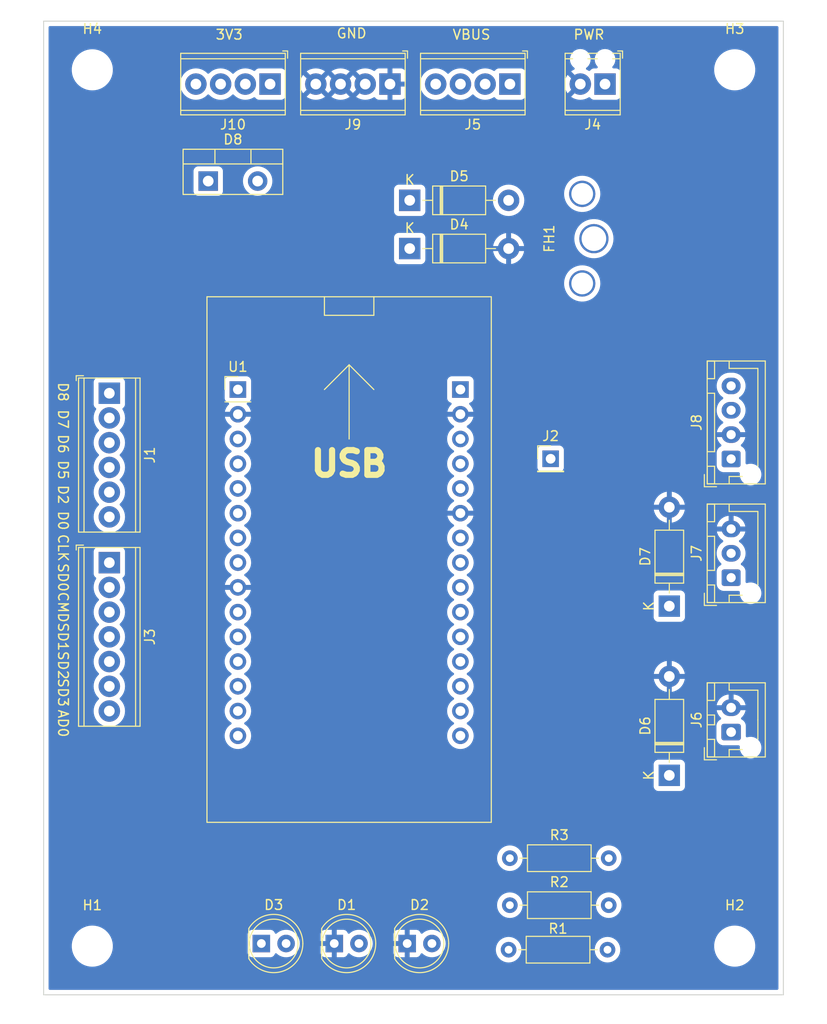
<source format=kicad_pcb>
(kicad_pcb (version 20211014) (generator pcbnew)
  (layers (0 "F.Cu" signal) (31 "B.Cu" signal) (34 "B.Paste" user) (35 "F.Paste" user) (36 "B.SilkS" user "B.Silkscreen") (37 "F.SilkS" user "F.Silkscreen") (38 "B.Mask" user) (39 "F.Mask" user) (44 "Edge.Cuts" user))
  (net 0 "")
  (net 1 "GND")
  (net 2 "Net-(D1-Pad2)")
  (net 3 "Net-(D2-Pad2)")
  (net 4 "/GPIO_0")
  (net 5 "Net-(D3-Pad2)")
  (net 6 "VBUS")
  (net 7 "Net-(D5-Pad2)")
  (net 8 "/UNLOCK_LED")
  (net 9 "/UNLOCK_PIN")
  (net 10 "Net-(D8-Pad1)")
  (net 11 "+3V3")
  (net 12 "Net-(FH1-Pad2)")
  (net 13 "Net-(J1-Pad2)")
  (net 14 "Net-(J1-Pad3)")
  (net 15 "Net-(J1-Pad4)")
  (net 16 "Net-(J1-Pad5)")
  (net 17 "Net-(J1-Pad6)")
  (net 18 "Net-(J2-Pad1)")
  (net 19 "Net-(J1-Pad1)")
  (net 20 "Net-(J3-Pad2)")
  (net 21 "Net-(J3-Pad3)")
  (net 22 "Net-(J3-Pad1)")
  (net 23 "Net-(J3-Pad5)")
  (net 24 "Net-(J3-Pad6)")
  (net 25 "Net-(J3-Pad4)")
  (net 26 "/TXD")
  (net 27 "/RXD")
  (net 32 "Net-(J3-Pad7)")
  (footprint "TerminalBlock_Phoenix:TerminalBlock_Phoenix_MPT-0,5-4-2.54_1x04_P2.54mm_Horizontal" (layer "F.Cu") (at 179.583 45.466 180)
    (fp_text reference "J9" (at 3.81 -4.16) (layer "F.SilkS"))
    (fp_text value "Screw_Terminal_01x04")
    (fp_line (start -1.56 -3.16) (end -1.56 3.16) (layer "F.SilkS") (width 0.12))
    (fp_line (start -1.56 -3.16) (end 9.18 -3.16) (layer "F.SilkS") (width 0.12))
    (fp_line (start -1.56 -2.7) (end 9.18 -2.7) (layer "F.SilkS") (width 0.12))
    (fp_line (start -1.56 2.6) (end 9.18 2.6) (layer "F.SilkS") (width 0.12))
    (fp_line (start -1.8 3.4) (end -1.3 3.4) (layer "F.SilkS") (width 0.12))
    (fp_line (start -1.8 2.66) (end -1.8 3.4) (layer "F.SilkS") (width 0.12))
    (fp_line (start 9.18 -3.16) (end 9.18 3.16) (layer "F.SilkS") (width 0.12))
    (fp_line (start -1.56 3.16) (end 9.18 3.16) (layer "F.SilkS") (width 0.12))
    (pad "1" thru_hole rect (at 0 0 180) (size 2.2 2.2) (drill 1.1) (layers *.Cu *.Mask) (net 1 "GND"))
    (pad "2" thru_hole circle (at 2.54 0 180) (size 2.2 2.2) (drill 1.1) (layers *.Cu *.Mask) (net 1 "GND"))
    (pad "3" thru_hole circle (at 5.08 0 180) (size 2.2 2.2) (drill 1.1) (layers *.Cu *.Mask) (net 1 "GND"))
    (pad "4" thru_hole circle (at 7.62 0 180) (size 2.2 2.2) (drill 1.1) (layers *.Cu *.Mask) (net 1 "GND"))
  )
  (footprint "LED_THT:LED_D5.0mm" (layer "F.Cu") (at 173.858 133.731)
    (fp_text reference "D1" (at 1.27 -3.96) (layer "F.SilkS"))
    (fp_text value "GN")
    (fp_line (start -1.29 -1.545) (end -1.29 1.545) (layer "F.SilkS") (width 0.12))
    (fp_arc (start -1.29 -1.54483) (mid 2.072002 -2.880433) (end 4.26 0.000462) (layer "F.SilkS") (width 0.12))
    (fp_arc (start 4.26 -0.000462) (mid 2.072002 2.880433) (end -1.29 1.54483) (layer "F.SilkS") (width 0.12))
    (fp_circle (center 1.27 0) (end 3.77 0) (layer "F.SilkS") (width 0.12) (fill none))
    (pad "1" thru_hole rect (at 0 0) (size 1.8 1.8) (drill 0.9) (layers *.Cu *.Mask) (net 1 "GND"))
    (pad "2" thru_hole circle (at 2.54 0) (size 1.8 1.8) (drill 0.9) (layers *.Cu *.Mask) (net 2 "Net-(D1-Pad2)"))
  )
  (footprint "TerminalBlock_Phoenix:TerminalBlock_Phoenix_MPT-0,5-7-2.54_1x07_P2.54mm_Horizontal" (layer "F.Cu") (at 150.749 94.615 -90)
    (fp_text reference "J3" (at 7.62 -4.16 90) (layer "F.SilkS"))
    (fp_text value "Screw_Terminal_01x07")
    (fp_text user "CMD" (at 4.572 4.749 -90 unlocked) (layer "F.SilkS"))
    (fp_text user "AD0" (at 16.51 4.749 -90 unlocked) (layer "F.SilkS"))
    (fp_text user "SD0" (at 1.524 4.749 -90 unlocked) (layer "F.SilkS"))
    (fp_text user "CLK" (at -1.524 4.749 -90 unlocked) (layer "F.SilkS"))
    (fp_text user "SD2" (at 10.541 4.749 -90 unlocked) (layer "F.SilkS"))
    (fp_text user "SD3" (at 13.335 4.749 -90 unlocked) (layer "F.SilkS"))
    (fp_text user "SD1" (at 7.62 4.749 -90 unlocked) (layer "F.SilkS"))
    (fp_line (start -1.56 -3.16) (end 16.801 -3.16) (layer "F.SilkS") (width 0.12))
    (fp_line (start -1.56 2.6) (end 16.801 2.6) (layer "F.SilkS") (width 0.12))
    (fp_line (start -1.8 2.66) (end -1.8 3.4) (layer "F.SilkS") (width 0.12))
    (fp_line (start -1.56 3.16) (end 16.801 3.16) (layer "F.SilkS") (width 0.12))
    (fp_line (start -1.56 -3.16) (end -1.56 3.16) (layer "F.SilkS") (width 0.12))
    (fp_line (start 16.801 -3.16) (end 16.801 3.16) (layer "F.SilkS") (width 0.12))
    (fp_line (start -1.56 -2.7) (end 16.801 -2.7) (layer "F.SilkS") (width 0.12))
    (fp_line (start -1.8 3.4) (end -1.3 3.4) (layer "F.SilkS") (width 0.12))
    (pad "1" thru_hole rect (at 0 0 270) (size 2.2 2.2) (drill 1.1) (layers *.Cu *.Mask) (net 22 "Net-(J3-Pad1)"))
    (pad "2" thru_hole circle (at 2.54 0 270) (size 2.2 2.2) (drill 1.1) (layers *.Cu *.Mask) (net 20 "Net-(J3-Pad2)"))
    (pad "3" thru_hole circle (at 5.08 0 270) (size 2.2 2.2) (drill 1.1) (layers *.Cu *.Mask) (net 21 "Net-(J3-Pad3)"))
    (pad "4" thru_hole circle (at 7.62 0 270) (size 2.2 2.2) (drill 1.1) (layers *.Cu *.Mask) (net 25 "Net-(J3-Pad4)"))
    (pad "5" thru_hole circle (at 10.16 0 270) (size 2.2 2.2) (drill 1.1) (layers *.Cu *.Mask) (net 23 "Net-(J3-Pad5)"))
    (pad "6" thru_hole circle (at 12.7 0 270) (size 2.2 2.2) (drill 1.1) (layers *.Cu *.Mask) (net 24 "Net-(J3-Pad6)"))
    (pad "7" thru_hole circle (at 15.24 0 270) (size 2.2 2.2) (drill 1.1) (layers *.Cu *.Mask) (net 32 "Net-(J3-Pad7)"))
  )
  (footprint "TerminalBlock_Phoenix:TerminalBlock_Phoenix_MPT-0,5-2-2.54_1x02_P2.54mm_Horizontal" (layer "F.Cu") (at 201.676 45.466 180)
    (fp_text reference "J4" (at 1.27 -4.16) (layer "F.SilkS"))
    (fp_text value "Screw_Terminal_01x02")
    (fp_line (start -1.56 -2.7) (end 4.1 -2.7) (layer "F.SilkS") (width 0.12))
    (fp_line (start -1.56 -3.16) (end -1.56 3.16) (layer "F.SilkS") (width 0.12))
    (fp_line (start 0.79 2.6) (end 1.75 2.6) (layer "F.SilkS") (width 0.12))
    (fp_line (start 3.33 3.16) (end 4.1 3.16) (layer "F.SilkS") (width 0.12))
    (fp_line (start -1.56 2.6) (end -0.79 2.6) (layer "F.SilkS") (width 0.12))
    (fp_line (start -1.56 -3.16) (end 4.1 -3.16) (layer "F.SilkS") (width 0.12))
    (fp_line (start -1.8 3.4) (end -1.3 3.4) (layer "F.SilkS") (width 0.12))
    (fp_line (start 0.79 3.16) (end 1.75 3.16) (layer "F.SilkS") (width 0.12))
    (fp_line (start 4.1 -3.16) (end 4.1 3.16) (layer "F.SilkS") (width 0.12))
    (fp_line (start 3.33 2.6) (end 4.1 2.6) (layer "F.SilkS") (width 0.12))
    (fp_line (start -1.56 3.16) (end -0.79 3.16) (layer "F.SilkS") (width 0.12))
    (fp_line (start -1.8 2.66) (end -1.8 3.4) (layer "F.SilkS") (width 0.12))
    (pad "" np_thru_hole circle (at 2.54 2.54 180) (size 1.1 1.1) (drill 1.1) (layers *.Cu *.Mask))
    (pad "" np_thru_hole circle (at 0 2.54 180) (size 1.1 1.1) (drill 1.1) (layers *.Cu *.Mask))
    (pad "1" thru_hole rect (at 0 0 180) (size 2.2 2.2) (drill 1.1) (layers *.Cu *.Mask) (net 12 "Net-(FH1-Pad2)"))
    (pad "2" thru_hole circle (at 2.54 0 180) (size 2.2 2.2) (drill 1.1) (layers *.Cu *.Mask) (net 1 "GND"))
  )
  (footprint "Resistor_THT:R_Axial_DIN0207_L6.3mm_D2.5mm_P10.16mm_Horizontal" (layer "F.Cu") (at 191.897 124.968)
    (fp_text reference "R3" (at 5.08 -2.37) (layer "F.SilkS"))
    (fp_text value "1k")
    (fp_line (start 8.35 -1.37) (end 1.81 -1.37) (layer "F.SilkS") (width 0.12))
    (fp_line (start 9.12 0) (end 8.35 0) (layer "F.SilkS") (width 0.12))
    (fp_line (start 1.04 0) (end 1.81 0) (layer "F.SilkS") (width 0.12))
    (fp_line (start 1.81 1.37) (end 8.35 1.37) (layer "F.SilkS") (width 0.12))
    (fp_line (start 8.35 1.37) (end 8.35 -1.37) (layer "F.SilkS") (width 0.12))
    (fp_line (start 1.81 -1.37) (end 1.81 1.37) (layer "F.SilkS") (width 0.12))
    (pad "1" thru_hole circle (at 0 0) (size 1.6 1.6) (drill 0.8) (layers *.Cu *.Mask) (net 5 "Net-(D3-Pad2)"))
    (pad "2" thru_hole oval (at 10.16 0) (size 1.6 1.6) (drill 0.8) (layers *.Cu *.Mask) (net 11 "+3V3"))
  )
  (footprint "LED_THT:LED_D5.0mm" (layer "F.Cu") (at 181.351 133.731)
    (fp_text reference "D2" (at 1.27 -3.96) (layer "F.SilkS"))
    (fp_text value "GN")
    (fp_line (start -1.29 -1.545) (end -1.29 1.545) (layer "F.SilkS") (width 0.12))
    (fp_arc (start 4.26 -0.000462) (mid 2.072002 2.880433) (end -1.29 1.54483) (layer "F.SilkS") (width 0.12))
    (fp_arc (start -1.29 -1.54483) (mid 2.072002 -2.880433) (end 4.26 0.000462) (layer "F.SilkS") (width 0.12))
    (fp_circle (center 1.27 0) (end 3.77 0) (layer "F.SilkS") (width 0.12) (fill none))
    (pad "1" thru_hole rect (at 0 0) (size 1.8 1.8) (drill 0.9) (layers *.Cu *.Mask) (net 1 "GND"))
    (pad "2" thru_hole circle (at 2.54 0) (size 1.8 1.8) (drill 0.9) (layers *.Cu *.Mask) (net 3 "Net-(D2-Pad2)"))
  )
  (footprint "Diode_THT:D_DO-41_SOD81_P10.16mm_Horizontal" (layer "F.Cu") (at 208.28 116.459 90)
    (fp_text reference "D6" (at 5.08 -2.47 90) (layer "F.SilkS"))
    (fp_text value "1N4728A-TR")
    (fp_text user "K" (at 0 -2.1 90) (layer "F.SilkS"))
    (fp_line (start 2.36 -1.47) (end 2.36 1.47) (layer "F.SilkS") (width 0.12))
    (fp_line (start 8.82 0) (end 7.8 0) (layer "F.SilkS") (width 0.12))
    (fp_line (start 2.36 1.47) (end 7.8 1.47) (layer "F.SilkS") (width 0.12))
    (fp_line (start 7.8 1.47) (end 7.8 -1.47) (layer "F.SilkS") (width 0.12))
    (fp_line (start 7.8 -1.47) (end 2.36 -1.47) (layer "F.SilkS") (width 0.12))
    (fp_line (start 3.14 -1.47) (end 3.14 1.47) (layer "F.SilkS") (width 0.12))
    (fp_line (start 3.38 -1.47) (end 3.38 1.47) (layer "F.SilkS") (width 0.12))
    (fp_line (start 3.26 -1.47) (end 3.26 1.47) (layer "F.SilkS") (width 0.12))
    (fp_line (start 1.34 0) (end 2.36 0) (layer "F.SilkS") (width 0.12))
    (pad "1" thru_hole rect (at 0 0 90) (size 2.2 2.2) (drill 1.1) (layers *.Cu *.Mask) (net 8 "/UNLOCK_LED"))
    (pad "2" thru_hole oval (at 10.16 0 90) (size 2.2 2.2) (drill 1.1) (layers *.Cu *.Mask) (net 1 "GND"))
  )
  (footprint "Diode_THT:D_DO-41_SOD81_P10.16mm_Horizontal" (layer "F.Cu") (at 208.28 99.08 90)
    (fp_text reference "D7" (at 5.08 -2.47 90) (layer "F.SilkS"))
    (fp_text value "1N4728A-TR")
    (fp_text user "K" (at 0 -2.1 90) (layer "F.SilkS"))
    (fp_line (start 3.14 -1.47) (end 3.14 1.47) (layer "F.SilkS") (width 0.12))
    (fp_line (start 7.8 -1.47) (end 2.36 -1.47) (layer "F.SilkS") (width 0.12))
    (fp_line (start 3.38 -1.47) (end 3.38 1.47) (layer "F.SilkS") (width 0.12))
    (fp_line (start 2.36 -1.47) (end 2.36 1.47) (layer "F.SilkS") (width 0.12))
    (fp_line (start 7.8 1.47) (end 7.8 -1.47) (layer "F.SilkS") (width 0.12))
    (fp_line (start 3.26 -1.47) (end 3.26 1.47) (layer "F.SilkS") (width 0.12))
    (fp_line (start 8.82 0) (end 7.8 0) (layer "F.SilkS") (width 0.12))
    (fp_line (start 1.34 0) (end 2.36 0) (layer "F.SilkS") (width 0.12))
    (fp_line (start 2.36 1.47) (end 7.8 1.47) (layer "F.SilkS") (width 0.12))
    (pad "1" thru_hole rect (at 0 0 90) (size 2.2 2.2) (drill 1.1) (layers *.Cu *.Mask) (net 9 "/UNLOCK_PIN"))
    (pad "2" thru_hole oval (at 10.16 0 90) (size 2.2 2.2) (drill 1.1) (layers *.Cu *.Mask) (net 1 "GND"))
  )
  (footprint "MountingHole:MountingHole_3.2mm_M3" (layer "F.Cu") (at 149 44)
    (fp_text reference "H4" (at 0 -4.2) (layer "F.SilkS"))
    (fp_text value "MountingHole_3.2mm_M3")
    (pad "" np_thru_hole circle (at 0 0) (size 3.2 3.2) (drill 3.2) (layers *.Cu *.Mask))
  )
  (footprint "Connector_PinHeader_2.54mm:PinHeader_1x01_P2.54mm_Vertical" (layer "F.Cu") (at 196.088 83.947)
    (fp_text reference "J2" (at 0 -2.33) (layer "F.SilkS"))
    (fp_text value "male header")
    (fp_line (start 1.33 1.27) (end 1.33 1.33) (layer "F.SilkS") (width 0.12))
    (fp_line (start -1.33 1.27) (end -1.33 1.33) (layer "F.SilkS") (width 0.12))
    (fp_line (start -1.33 0) (end -1.33 -1.33) (layer "F.SilkS") (width 0.12))
    (fp_line (start -1.33 1.27) (end 1.33 1.27) (layer "F.SilkS") (width 0.12))
    (fp_line (start -1.33 1.33) (end 1.33 1.33) (layer "F.SilkS") (width 0.12))
    (fp_line (start -1.33 -1.33) (end 0 -1.33) (layer "F.SilkS") (width 0.12))
    (pad "1" thru_hole rect (at 0 0) (size 1.7 1.7) (drill 1) (layers *.Cu *.Mask) (net 18 "Net-(J2-Pad1)"))
  )
  (footprint "project:Blade Fuse Holder" (layer "F.Cu") (at 200.533 61.341 90)
    (fp_text reference "FH1" (at 0 -4.58 90) (layer "F.SilkS"))
    (fp_text value "F5196-ND")
    (pad "" thru_hole circle locked (at 0 0 90) (size 3 3) (drill 2.53) (layers *.Cu *.Mask))
    (pad "1" thru_hole circle locked (at -4.6 -1.2 90) (size 2.7 2.7) (drill 2.23) (layers *.Cu *.Mask) (net 7 "Net-(D5-Pad2)"))
    (pad "2" thru_hole circle locked (at 4.6 -1.2 90) (size 2.7 2.7) (drill 2.23) (layers *.Cu *.Mask) (net 12 "Net-(FH1-Pad2)"))
  )
  (footprint "MountingHole:MountingHole_3.2mm_M3" (layer "F.Cu") (at 149 134)
    (fp_text reference "H1" (at 0 -4.2) (layer "F.SilkS"))
    (fp_text value "MountingHole_3.2mm_M3")
    (pad "" np_thru_hole circle (at 0 0) (size 3.2 3.2) (drill 3.2) (layers *.Cu *.Mask))
  )
  (footprint "project:NodeMCUv3" (layer "F.Cu") (at 163.957 76.835)
    (fp_text reference "U1" (at 0 -2.33) (layer "F.SilkS"))
    (fp_text value "NodeMCUv3")
    (fp_text user "USB" (at 11.43 7.62) (layer "F.SilkS") (effects (font (size 2.54 2.54) (thickness 0.635))))
    (fp_line (start 26.035 -9.525) (end -3.175 -9.525) (layer "F.SilkS") (width 0.12))
    (fp_line (start -3.175 44.45) (end 26.035 44.45) (layer "F.SilkS") (width 0.12))
    (fp_line (start 11.43 -2.54) (end 13.97 0) (layer "F.SilkS") (width 0.12))
    (fp_line (start 11.43 -2.54) (end 8.89 0) (layer "F.SilkS") (width 0.12))
    (fp_line (start -3.175 -9.525) (end -3.175 44.45) (layer "F.SilkS") (width 0.12))
    (fp_line (start -1.33 0) (end -1.33 -1.33) (layer "F.SilkS") (width 0.12))
    (fp_line (start 13.97 -7.62) (end 13.97 -9.525) (layer "F.SilkS") (width 0.12))
    (fp_line (start 11.43 5.08) (end 11.43 -2.54) (layer "F.SilkS") (width 0.12))
    (fp_line (start -1.33 -1.33) (end 0 -1.33) (layer "F.SilkS") (width 0.12))
    (fp_line (start 26.035 44.45) (end 26.035 -9.525) (layer "F.SilkS") (width 0.12))
    (fp_line (start -1.33 1.27) (end 1.33 1.27) (layer "F.SilkS") (width 0.12))
    (fp_line (start 8.89 -7.62) (end 13.97 -7.62) (layer "F.SilkS") (width 0.12))
    (fp_line (start 8.89 -7.62) (end 8.89 -9.525) (layer "F.SilkS") (width 0.12))
    (pad "1" thru_hole rect locked (at 0 0) (size 1.7 1.7) (drill 1) (layers *.Cu *.Mask) (net 11 "+3V3"))
    (pad "2" thru_hole oval locked (at 0 2.54) (size 1.7 1.7) (drill 1) (layers *.Cu *.Mask) (net 1 "GND"))
    (pad "3" thru_hole oval locked (at 0 5.08) (size 1.7 1.7) (drill 1) (layers *.Cu *.Mask) (net 26 "/TXD"))
    (pad "4" thru_hole oval locked (at 0 7.62) (size 1.7 1.7) (drill 1) (layers *.Cu *.Mask) (net 27 "/RXD"))
    (pad "5" thru_hole oval locked (at 0 10.16) (size 1.7 1.7) (drill 1) (layers *.Cu *.Mask) (net 19 "Net-(J1-Pad1)"))
    (pad "6" thru_hole oval locked (at 0 12.7) (size 1.7 1.7) (drill 1) (layers *.Cu *.Mask) (net 13 "Net-(J1-Pad2)"))
    (pad "7" thru_hole oval locked (at 0 15.24) (size 1.7 1.7) (drill 1) (layers *.Cu *.Mask) (net 14 "Net-(J1-Pad3)"))
    (pad "8" thru_hole oval locked (at 0 17.78) (size 1.7 1.7) (drill 1) (layers *.Cu *.Mask) (net 15 "Net-(J1-Pad4)"))
    (pad "9" thru_hole oval locked (at 0 20.32) (size 1.7 1.7) (drill 1) (layers *.Cu *.Mask) (net 1 "GND"))
    (pad "10" thru_hole oval locked (at 0 22.86) (size 1.7 1.7) (drill 1) (layers *.Cu *.Mask))
    (pad "11" thru_hole oval locked (at 0 25.4) (size 1.7 1.7) (drill 1) (layers *.Cu *.Mask) (net 8 "/UNLOCK_LED"))
    (pad "12" thru_hole oval locked (at 0 27.94) (size 1.7 1.7) (drill 1) (layers *.Cu *.Mask) (net 4 "/GPIO_0"))
    (pad "13" thru_hole oval locked (at 0 30.48) (size 1.7 1.7) (drill 1) (layers *.Cu *.Mask) (net 16 "Net-(J1-Pad5)"))
    (pad "14" thru_hole oval locked (at 0 33.02) (size 1.7 1.7) (drill 1) (layers *.Cu *.Mask) (net 9 "/UNLOCK_PIN"))
    (pad "15" thru_hole oval locked (at 0 35.56) (size 1.7 1.7) (drill 1) (layers *.Cu *.Mask) (net 17 "Net-(J1-Pad6)"))
    (pad "16" thru_hole oval locked (at 22.86 35.56) (size 1.7 1.7) (drill 1) (layers *.Cu *.Mask) (net 32 "Net-(J3-Pad7)"))
    (pad "17" thru_hole oval locked (at 22.86 33.02) (size 1.7 1.7) (drill 1) (layers *.Cu *.Mask))
    (pad "18" thru_hole oval locked (at 22.86 30.48) (size 1.7 1.7) (drill 1) (layers *.Cu *.Mask))
    (pad "19" thru_hole oval locked (at 22.86 27.94) (size 1.7 1.7) (drill 1) (layers *.Cu *.Mask) (net 24 "Net-(J3-Pad6)"))
    (pad "20" thru_hole oval locked (at 22.86 25.4) (size 1.7 1.7) (drill 1) (layers *.Cu *.Mask) (net 23 "Net-(J3-Pad5)"))
    (pad "21" thru_hole oval locked (at 22.86 22.86) (size 1.7 1.7) (drill 1) (layers *.Cu *.Mask) (net 25 "Net-(J3-Pad4)"))
    (pad "22" thru_hole oval locked (at 22.86 20.32) (size 1.7 1.7) (drill 1) (layers *.Cu *.Mask) (net 21 "Net-(J3-Pad3)"))
    (pad "23" thru_hole oval locked (at 22.86 17.78) (size 1.7 1.7) (drill 1) (layers *.Cu *.Mask) (net 20 "Net-(J3-Pad2)"))
    (pad "24" thru_hole oval locked (at 22.86 15.24) (size 1.7 1.7) (drill 1) (layers *.Cu *.Mask) (net 22 "Net-(J3-Pad1)"))
    (pad "25" thru_hole oval locked (at 22.86 12.7) (size 1.7 1.7) (drill 1) (layers *.Cu *.Mask) (net 1 "GND"))
    (pad "26" thru_hole oval locked (at 22.86 10.16) (size 1.7 1.7) (drill 1) (layers *.Cu *.Mask) (net 11 "+3V3"))
    (pad "27" thru_hole oval locked (at 22.86 7.62) (size 1.7 1.7) (drill 1) (layers *.Cu *.Mask) (net 18 "Net-(J2-Pad1)"))
    (pad "28" thru_hole oval locked (at 22.86 5.08) (size 1.7 1.7) (drill 1) (layers *.Cu *.Mask))
    (pad "29" thru_hole oval locked (at 22.86 2.54) (size 1.7 1.7) (drill 1) (layers *.Cu *.Mask) (net 1 "GND"))
    (pad "30" thru_hole rect locked (at 22.86 0) (size 1.7 1.7) (drill 1) (layers *.Cu *.Mask) (net 6 "VBUS"))
  )
  (footprint "Resistor_THT:R_Axial_DIN0207_L6.3mm_D2.5mm_P10.16mm_Horizontal" (layer "F.Cu") (at 191.77 134.366)
    (fp_text reference "R1" (at 5.08 -2.159) (layer "F.SilkS"))
    (fp_text value "1k")
    (fp_line (start 8.35 1.37) (end 8.35 -1.37) (layer "F.SilkS") (width 0.12))
    (fp_line (start 1.04 0) (end 1.81 0) (layer "F.SilkS") (width 0.12))
    (fp_line (start 1.81 -1.37) (end 1.81 1.37) (layer "F.SilkS") (width 0.12))
    (fp_line (start 8.35 -1.37) (end 1.81 -1.37) (layer "F.SilkS") (width 0.12))
    (fp_line (start 1.81 1.37) (end 8.35 1.37) (layer "F.SilkS") (width 0.12))
    (fp_line (start 9.12 0) (end 8.35 0) (layer "F.SilkS") (width 0.12))
    (pad "1" thru_hole circle (at 0 0) (size 1.6 1.6) (drill 0.8) (layers *.Cu *.Mask) (net 2 "Net-(D1-Pad2)"))
    (pad "2" thru_hole oval (at 10.16 0) (size 1.6 1.6) (drill 0.8) (layers *.Cu *.Mask) (net 6 "VBUS"))
  )
  (footprint "Diode_THT:D_DO-41_SOD81_P10.16mm_Horizontal" (layer "F.Cu") (at 181.61 57.404)
    (fp_text reference "D5" (at 5.08 -2.47) (layer "F.SilkS"))
    (fp_text value "1N5817")
    (fp_text user "K" (at 0 -2.1) (layer "F.SilkS"))
    (fp_line (start 1.34 0) (end 2.36 0) (layer "F.SilkS") (width 0.12))
    (fp_line (start 2.36 1.47) (end 7.8 1.47) (layer "F.SilkS") (width 0.12))
    (fp_line (start 3.38 -1.47) (end 3.38 1.47) (layer "F.SilkS") (width 0.12))
    (fp_line (start 3.26 -1.47) (end 3.26 1.47) (layer "F.SilkS") (width 0.12))
    (fp_line (start 7.8 1.47) (end 7.8 -1.47) (layer "F.SilkS") (width 0.12))
    (fp_line (start 2.36 -1.47) (end 2.36 1.47) (layer "F.SilkS") (width 0.12))
    (fp_line (start 3.14 -1.47) (end 3.14 1.47) (layer "F.SilkS") (width 0.12))
    (fp_line (start 7.8 -1.47) (end 2.36 -1.47) (layer "F.SilkS") (width 0.12))
    (fp_line (start 8.82 0) (end 7.8 0) (layer "F.SilkS") (width 0.12))
    (pad "1" thru_hole rect (at 0 0) (size 2.2 2.2) (drill 1.1) (layers *.Cu *.Mask) (net 6 "VBUS"))
    (pad "2" thru_hole oval (at 10.16 0) (size 2.2 2.2) (drill 1.1) (layers *.Cu *.Mask) (net 7 "Net-(D5-Pad2)"))
  )
  (footprint "Resistor_THT:R_Axial_DIN0207_L6.3mm_D2.5mm_P10.16mm_Horizontal" (layer "F.Cu") (at 191.897 129.794)
    (fp_text reference "R2" (at 5.08 -2.37) (layer "F.SilkS"))
    (fp_text value "1k")
    (fp_line (start 1.04 0) (end 1.81 0) (layer "F.SilkS") (width 0.12))
    (fp_line (start 9.12 0) (end 8.35 0) (layer "F.SilkS") (width 0.12))
    (fp_line (start 1.81 1.37) (end 8.35 1.37) (layer "F.SilkS") (width 0.12))
    (fp_line (start 8.35 -1.37) (end 1.81 -1.37) (layer "F.SilkS") (width 0.12))
    (fp_line (start 8.35 1.37) (end 8.35 -1.37) (layer "F.SilkS") (width 0.12))
    (fp_line (start 1.81 -1.37) (end 1.81 1.37) (layer "F.SilkS") (width 0.12))
    (pad "1" thru_hole circle (at 0 0) (size 1.6 1.6) (drill 0.8) (layers *.Cu *.Mask) (net 3 "Net-(D2-Pad2)"))
    (pad "2" thru_hole oval (at 10.16 0) (size 1.6 1.6) (drill 0.8) (layers *.Cu *.Mask) (net 11 "+3V3"))
  )
  (footprint "LED_THT:LED_D5.0mm" (layer "F.Cu") (at 166.37 133.731)
    (fp_text reference "D3" (at 1.27 -3.96) (layer "F.SilkS"))
    (fp_text value "RD")
    (fp_line (start -1.29 -1.545) (end -1.29 1.545) (layer "F.SilkS") (width 0.12))
    (fp_arc (start -1.29 -1.54483) (mid 2.072002 -2.880433) (end 4.26 0.000462) (layer "F.SilkS") (width 0.12))
    (fp_arc (start 4.26 -0.000462) (mid 2.072002 2.880433) (end -1.29 1.54483) (layer "F.SilkS") (width 0.12))
    (fp_circle (center 1.27 0) (end 3.77 0) (layer "F.SilkS") (width 0.12) (fill none))
    (pad "1" thru_hole rect (at 0 0) (size 1.8 1.8) (drill 0.9) (layers *.Cu *.Mask) (net 4 "/GPIO_0"))
    (pad "2" thru_hole circle (at 2.54 0) (size 1.8 1.8) (drill 0.9) (layers *.Cu *.Mask) (net 5 "Net-(D3-Pad2)"))
  )
  (footprint "Connector_JST:JST_XH_B4B-XH-AM_1x04_P2.50mm_Vertical" (layer "F.Cu") (at 214.63 83.967 90)
    (fp_text reference "J8" (at 3.75 -3.55 90) (layer "F.SilkS"))
    (fp_text value "JST XH-4P")
    (fp_line (start 10.05 -1.7) (end 10.05 -2.45) (layer "F.SilkS") (width 0.12))
    (fp_line (start 0.75 -2.45) (end 0.75 -1.7) (layer "F.SilkS") (width 0.12))
    (fp_line (start 8.25 -1.7) (end 10.05 -1.7) (layer "F.SilkS") (width 0.12))
    (fp_line (start 8.25 -2.45) (end 8.25 -1.7) (layer "F.SilkS") (width 0.12))
    (fp_line (start -2.56 3.51) (end 10.06 3.51) (layer "F.SilkS") (width 0.12))
    (fp_line (start -1.8 -0.2) (end -1.8 1.14) (layer "F.SilkS") (width 0.12))
    (fp_line (start 6.75 -2.45) (end 0.75 -2.45) (layer "F.SilkS") (width 0.12))
    (fp_line (start -2.55 -1.7) (end -0.75 -1.7) (layer "F.SilkS") (width 0.12))
    (fp_line (start 10.05 -0.2) (end 9.3 -0.2) (layer "F.SilkS") (width 0.12))
    (fp_line (start 6.75 -1.7) (end 6.75 -2.45) (layer "F.SilkS") (width 0.12))
    (fp_line (start -0.75 -2.45) (end -2.55 -2.45) (layer "F.SilkS") (width 0.12))
    (fp_line (start 10.06 -2.46) (end -2.56 -2.46) (layer "F.SilkS") (width 0.12))
    (fp_line (start 9.3 2.75) (end 3.75 2.75) (layer "F.SilkS") (width 0.12))
    (fp_line (start -0.75 -1.7) (end -0.75 -2.45) (layer "F.SilkS") (width 0.12))
    (fp_line (start -2.85 -2.75) (end -2.85 -1.5) (layer "F.SilkS") (width 0.12))
    (fp_line (start -1.6 -2.75) (end -2.85 -2.75) (layer "F.SilkS") (width 0.12))
    (fp_line (start -2.55 -0.2) (end -1.8 -0.2) (layer "F.SilkS") (width 0.12))
    (fp_line (start 0.75 -1.7) (end 6.75 -1.7) (layer "F.SilkS") (width 0.12))
    (fp_line (start 10.05 -2.45) (end 8.25 -2.45) (layer "F.SilkS") (width 0.12))
    (fp_line (start 10.06 3.51) (end 10.06 -2.46) (layer "F.SilkS") (width 0.12))
    (fp_line (start -2.55 -2.45) (end -2.55 -1.7) (layer "F.SilkS") (width 0.12))
    (fp_line (start 3.75 2.75) (end -0.74 2.75) (layer "F.SilkS") (width 0.12))
    (fp_line (start -2.56 -2.46) (end -2.56 3.51) (layer "F.SilkS") (width 0.12))
    (fp_line (start 9.3 -0.2) (end 9.3 2.75) (layer "F.SilkS") (width 0.12))
    (pad "" np_thru_hole circle (at -1.6 2 90) (size 1.2 1.2) (drill 1.2) (layers *.Cu *.Mask))
    (pad "1" thru_hole roundrect (at 0 0 90) (size 1.7 1.95) (drill 0.95) (layers *.Cu *.Mask) (roundrect_rratio 0.147059) (net 11 "+3V3"))
    (pad "2" thru_hole oval (at 2.5 0 90) (size 1.7 1.95) (drill 0.95) (layers *.Cu *.Mask) (net 1 "GND"))
    (pad "3" thru_hole oval (at 5 0 90) (size 1.7 1.95) (drill 0.95) (layers *.Cu *.Mask) (net 26 "/TXD"))
    (pad "4" thru_hole oval (at 7.5 0 90) (size 1.7 1.95) (drill 0.95) (layers *.Cu *.Mask) (net 27 "/RXD"))
  )
  (footprint "Package_TO_SOT_THT:TO-220-2_Vertical" (layer "F.Cu") (at 160.909 55.428)
    (fp_text reference "D8" (at 2.54 -4.27) (layer "F.SilkS"))
    (fp_text value "19TQ015CJ")
    (fp_line (start -2.58 -3.27) (end 7.66 -3.27) (layer "F.SilkS") (width 0.12))
    (fp_line (start 4.391 -3.27) (end 4.391 -1.76) (layer "F.SilkS") (width 0.12))
    (fp_line (start -2.58 -3.27) (end -2.58 1.371) (layer "F.SilkS") (width 0.12))
    (fp_line (start -2.58 1.371) (end 7.66 1.371) (layer "F.SilkS") (width 0.12))
    (fp_line (start 0.69 -3.27) (end 0.69 -1.76) (layer "F.SilkS") (width 0.12))
    (fp_line (start -2.58 -1.76) (end 7.66 -1.76) (layer "F.SilkS") (width 0.12))
    (fp_line (start 7.66 -3.27) (end 7.66 1.371) (layer "F.SilkS") (width 0.12))
    (pad "1" thru_hole rect (at 0 0) (size 2 2) (drill 1.1) (layers *.Cu *.Mask) (net 10 "Net-(D8-Pad1)"))
    (pad "2" thru_hole oval (at 5.08 0) (size 2 2) (drill 1.1) (layers *.Cu *.Mask) (net 11 "+3V3"))
  )
  (footprint "TerminalBlock_Phoenix:TerminalBlock_Phoenix_MPT-0,5-4-2.54_1x04_P2.54mm_Horizontal" (layer "F.Cu") (at 167.264 45.466 180)
    (fp_text reference "J10" (at 3.81 -4.16) (layer "F.SilkS"))
    (fp_text value "Screw_Terminal_01x04")
    (fp_line (start -1.56 3.16) (end 9.18 3.16) (layer "F.SilkS") (width 0.12))
    (fp_line (start -1.56 -3.16) (end 9.18 -3.16) (layer "F.SilkS") (width 0.12))
    (fp_line (start -1.56 -2.7) (end 9.18 -2.7) (layer "F.SilkS") (width 0.12))
    (fp_line (start -1.8 2.66) (end -1.8 3.4) (layer "F.SilkS") (width 0.12))
    (fp_line (start -1.56 -3.16) (end -1.56 3.16) (layer "F.SilkS") (width 0.12))
    (fp_line (start -1.8 3.4) (end -1.3 3.4) (layer "F.SilkS") (width 0.12))
    (fp_line (start 9.18 -3.16) (end 9.18 3.16) (layer "F.SilkS") (width 0.12))
    (fp_line (start -1.56 2.6) (end 9.18 2.6) (layer "F.SilkS") (width 0.12))
    (pad "1" thru_hole rect (at 0 0 180) (size 2.2 2.2) (drill 1.1) (layers *.Cu *.Mask) (net 10 "Net-(D8-Pad1)"))
    (pad "2" thru_hole circle (at 2.54 0 180) (size 2.2 2.2) (drill 1.1) (layers *.Cu *.Mask) (net 10 "Net-(D8-Pad1)"))
    (pad "3" thru_hole circle (at 5.08 0 180) (size 2.2 2.2) (drill 1.1) (layers *.Cu *.Mask) (net 10 "Net-(D8-Pad1)"))
    (pad "4" thru_hole circle (at 7.62 0 180) (size 2.2 2.2) (drill 1.1) (layers *.Cu *.Mask) (net 10 "Net-(D8-Pad1)"))
  )
  (footprint "Connector_JST:JST_XH_B3B-XH-AM_1x03_P2.50mm_Vertical" (layer "F.Cu") (at 214.63 96.159 90)
    (fp_text reference "J7" (at 2.5 -3.55 90) (layer "F.SilkS"))
    (fp_text value "JST XH-3P")
    (fp_line (start -0.75 -2.45) (end -2.55 -2.45) (layer "F.SilkS") (width 0.12))
    (fp_line (start 4.25 -1.7) (end 4.25 -2.45) (layer "F.SilkS") (width 0.12))
    (fp_line (start 7.55 -1.7) (end 7.55 -2.45) (layer "F.SilkS") (width 0.12))
    (fp_line (start -2.56 -2.46) (end -2.56 3.51) (layer "F.SilkS") (width 0.12))
    (fp_line (start -2.85 -2.75) (end -2.85 -1.5) (layer "F.SilkS") (width 0.12))
    (fp_line (start -2.55 -1.7) (end -0.75 -1.7) (layer "F.SilkS") (width 0.12))
    (fp_line (start 2.5 2.75) (end -0.74 2.75) (layer "F.SilkS") (width 0.12))
    (fp_line (start 7.56 -2.46) (end -2.56 -2.46) (layer "F.SilkS") (width 0.12))
    (fp_line (start 4.25 -2.45) (end 0.75 -2.45) (layer "F.SilkS") (width 0.12))
    (fp_line (start -1.8 -0.2) (end -1.8 1.14) (layer "F.SilkS") (width 0.12))
    (fp_line (start 7.55 -2.45) (end 5.75 -2.45) (layer "F.SilkS") (width 0.12))
    (fp_line (start 5.75 -2.45) (end 5.75 -1.7) (layer "F.SilkS") (width 0.12))
    (fp_line (start 5.75 -1.7) (end 7.55 -1.7) (layer "F.SilkS") (width 0.12))
    (fp_line (start -0.75 -1.7) (end -0.75 -2.45) (layer "F.SilkS") (width 0.12))
    (fp_line (start -1.6 -2.75) (end -2.85 -2.75) (layer "F.SilkS") (width 0.12))
    (fp_line (start 0.75 -2.45) (end 0.75 -1.7) (layer "F.SilkS") (width 0.12))
    (fp_line (start 6.8 2.75) (end 2.5 2.75) (layer "F.SilkS") (width 0.12))
    (fp_line (start 7.56 3.51) (end 7.56 -2.46) (layer "F.SilkS") (width 0.12))
    (fp_line (start 0.75 -1.7) (end 4.25 -1.7) (layer "F.SilkS") (width 0.12))
    (fp_line (start -2.55 -2.45) (end -2.55 -1.7) (layer "F.SilkS") (width 0.12))
    (fp_line (start 6.8 -0.2) (end 6.8 2.75) (layer "F.SilkS") (width 0.12))
    (fp_line (start -2.55 -0.2) (end -1.8 -0.2) (layer "F.SilkS") (width 0.12))
    (fp_line (start 7.55 -0.2) (end 6.8 -0.2) (layer "F.SilkS") (width 0.12))
    (fp_line (start -2.56 3.51) (end 7.56 3.51) (layer "F.SilkS") (width 0.12))
    (pad "" np_thru_hole circle (at -1.6 2 90) (size 1.2 1.2) (drill 1.2) (layers *.Cu *.Mask))
    (pad "1" thru_hole roundrect (at 0 0 90) (size 1.7 1.95) (drill 0.95) (layers *.Cu *.Mask) (roundrect_rratio 0.147059) (net 6 "VBUS"))
    (pad "2" thru_hole oval (at 2.5 0 90) (size 1.7 1.95) (drill 0.95) (layers *.Cu *.Mask) (net 9 "/UNLOCK_PIN"))
    (pad "3" thru_hole oval (at 5 0 90) (size 1.7 1.95) (drill 0.95) (layers *.Cu *.Mask) (net 1 "GND"))
  )
  (footprint "MountingHole:MountingHole_3.2mm_M3" (layer "F.Cu") (at 215 44)
    (fp_text reference "H3" (at 0 -4.2) (layer "F.SilkS"))
    (fp_text value "MountingHole_3.2mm_M3")
    (pad "" np_thru_hole circle (at 0 0) (size 3.2 3.2) (drill 3.2) (layers *.Cu *.Mask))
  )
  (footprint "Connector_JST:JST_XH_B2B-XH-AM_1x02_P2.50mm_Vertical" (layer "F.Cu") (at 214.63 112.014 90)
    (fp_text reference "J6" (at 1.25 -3.55 90) (layer "F.SilkS"))
    (fp_text value "JST XH-2P")
    (fp_line (start 0.75 -2.45) (end 0.75 -1.7) (layer "F.SilkS") (width 0.12))
    (fp_line (start 4.3 2.75) (end 1.25 2.75) (layer "F.SilkS") (width 0.12))
    (fp_line (start -1.6 -2.75) (end -2.85 -2.75) (layer "F.SilkS") (width 0.12))
    (fp_line (start 1.75 -2.45) (end 0.75 -2.45) (layer "F.SilkS") (width 0.12))
    (fp_line (start -2.85 -2.75) (end -2.85 -1.5) (layer "F.SilkS") (width 0.12))
    (fp_line (start 5.06 -2.46) (end -2.56 -2.46) (layer "F.SilkS") (width 0.12))
    (fp_line (start 3.25 -1.7) (end 5.05 -1.7) (layer "F.SilkS") (width 0.12))
    (fp_line (start 1.75 -1.7) (end 1.75 -2.45) (layer "F.SilkS") (width 0.12))
    (fp_line (start 5.06 3.51) (end 5.06 -2.46) (layer "F.SilkS") (width 0.12))
    (fp_line (start 5.05 -1.7) (end 5.05 -2.45) (layer "F.SilkS") (width 0.12))
    (fp_line (start 1.25 2.75) (end -0.74 2.75) (layer "F.SilkS") (width 0.12))
    (fp_line (start -1.8 -0.2) (end -1.8 1.14) (layer "F.SilkS") (width 0.12))
    (fp_line (start -2.56 3.51) (end 5.06 3.51) (layer "F.SilkS") (width 0.12))
    (fp_line (start 4.3 -0.2) (end 4.3 2.75) (layer "F.SilkS") (width 0.12))
    (fp_line (start -2.55 -2.45) (end -2.55 -1.7) (layer "F.SilkS") (width 0.12))
    (fp_line (start 0.75 -1.7) (end 1.75 -1.7) (layer "F.SilkS") (width 0.12))
    (fp_line (start -2.56 -2.46) (end -2.56 3.51) (layer "F.SilkS") (width 0.12))
    (fp_line (start -2.55 -0.2) (end -1.8 -0.2) (layer "F.SilkS") (width 0.12))
    (fp_line (start -0.75 -2.45) (end -2.55 -2.45) (layer "F.SilkS") (width 0.12))
    (fp_line (start -0.75 -1.7) (end -0.75 -2.45) (layer "F.SilkS") (width 0.12))
    (fp_line (start -2.55 -1.7) (end -0.75 -1.7) (layer "F.SilkS") (width 0.12))
    (fp_line (start 5.05 -0.2) (end 4.3 -0.2) (layer "F.SilkS") (width 0.12))
    (fp_line (start 5.05 -2.45) (end 3.25 -2.45) (layer "F.SilkS") (width 0.12))
    (fp_line (start 3.25 -2.45) (end 3.25 -1.7) (layer "F.SilkS") (width 0.12))
    (pad "" np_thru_hole circle (at -1.6 2 90) (size 1.2 1.2) (drill 1.2) (layers *.Cu *.Mask))
    (pad "1" thru_hole roundrect (at 0 0 90) (size 1.7 2) (drill 1) (layers *.Cu *.Mask) (roundrect_rratio 0.147059) (net 8 "/UNLOCK_LED"))
    (pad "2" thru_hole oval (at 2.5 0 90) (size 1.7 2) (drill 1) (layers *.Cu *.Mask) (net 1 "GND"))
  )
  (footprint "MountingHole:MountingHole_3.2mm_M3" (layer "F.Cu") (at 215 134)
    (fp_text reference "H2" (at 0 -4.2) (layer "F.SilkS"))
    (fp_text value "MountingHole_3.2mm_M3")
    (pad "" np_thru_hole circle (at 0 0) (size 3.2 3.2) (drill 3.2) (layers *.Cu *.Mask))
  )
  (footprint "TerminalBlock_Phoenix:TerminalBlock_Phoenix_MPT-0,5-6-2.54_1x06_P2.54mm_Horizontal" (layer "F.Cu") (at 150.749 77.216 -90)
    (fp_text reference "J1" (at 6.35 -4.16 90) (layer "F.SilkS"))
    (fp_text value "Screw_Terminal_01x06")
    (fp_text user "D5" (at 7.874 4.749 -90 unlocked) (layer "F.SilkS"))
    (fp_text user "D6" (at 5.207 4.749 -90 unlocked) (layer "F.SilkS"))
    (fp_text user "D0" (at 13.081 4.749 -90 unlocked) (layer "F.SilkS"))
    (fp_text user "D2" (at 10.414 4.749 -90 unlocked) (layer "F.SilkS"))
    (fp_text user "D7" (at 2.667 4.749 -90 unlocked) (layer "F.SilkS"))
    (fp_text user "D8" (at -0.127 4.749 -90 unlocked) (layer "F.SilkS"))
    (fp_line (start -1.56 2.6) (end 14.26 2.6) (layer "F.SilkS") (width 0.12))
    (fp_line (start -1.56 3.16) (end 14.26 3.16) (layer "F.SilkS") (width 0.12))
    (fp_line (start -1.56 -3.16) (end 14.26 -3.16) (layer "F.SilkS") (width 0.12))
    (fp_line (start -1.8 2.66) (end -1.8 3.4) (layer "F.SilkS") (width 0.12))
    (fp_line (start -1.8 3.4) (end -1.3 3.4) (layer "F.SilkS") (width 0.12))
    (fp_line (start 14.26 -3.16) (end 14.26 3.16) (layer "F.SilkS") (width 0.12))
    (fp_line (start -1.56 -3.16) (end -1.56 3.16) (layer "F.SilkS") (width 0.12))
    (fp_line (start -1.56 -2.7) (end 14.26 -2.7) (layer "F.SilkS") (width 0.12))
    (pad "1" thru_hole rect (at 0 0 270) (size 2.2 2.2) (drill 1.1) (layers *.Cu *.Mask) (net 19 "Net-(J1-Pad1)"))
    (pad "2" thru_hole circle (at 2.54 0 270) (size 2.2 2.2) (drill 1.1) (layers *.Cu *.Mask) (net 13 "Net-(J1-Pad2)"))
    (pad "3" thru_hole circle (at 5.08 0 270) (size 2.2 2.2) (drill 1.1) (layers *.Cu *.Mask) (net 14 "Net-(J1-Pad3)"))
    (pad "4" thru_hole circle (at 7.62 0 270) (size 2.2 2.2) (drill 1.1) (layers *.Cu *.Mask) (net 15 "Net-(J1-Pad4)"))
    (pad "5" thru_hole circle (at 10.16 0 270) (size 2.2 2.2) (drill 1.1) (layers *.Cu *.Mask) (net 16 "Net-(J1-Pad5)"))
    (pad "6" thru_hole circle (at 12.7 0 270) (size 2.2 2.2) (drill 1.1) (layers *.Cu *.Mask) (net 17 "Net-(J1-Pad6)"))
  )
  (footprint "TerminalBlock_Phoenix:TerminalBlock_Phoenix_MPT-0,5-4-2.54_1x04_P2.54mm_Horizontal" (layer "F.Cu") (at 191.902 45.466 180)
    (fp_text reference "J5" (at 3.81 -4.16) (layer "F.SilkS"))
    (fp_text value "Screw_Terminal_01x04")
    (fp_line (start -1.56 -3.16) (end -1.56 3.16) (layer "F.SilkS") (width 0.12))
    (fp_line (start -1.56 2.6) (end 9.18 2.6) (layer "F.SilkS") (width 0.12))
    (fp_line (start -1.56 -2.7) (end 9.18 -2.7) (layer "F.SilkS") (width 0.12))
    (fp_line (start -1.56 3.16) (end 9.18 3.16) (layer "F.SilkS") (width 0.12))
    (fp_line (start -1.8 3.4) (end -1.3 3.4) (layer "F.SilkS") (width 0.12))
    (fp_line (start 9.18 -3.16) (end 9.18 3.16) (layer "F.SilkS") (width 0.12))
    (fp_line (start -1.56 -3.16) (end 9.18 -3.16) (layer "F.SilkS") (width 0.12))
    (fp_line (start -1.8 2.66) (end -1.8 3.4) (layer "F.SilkS") (width 0.12))
    (pad "1" thru_hole rect (at 0 0 180) (size 2.2 2.2) (drill 1.1) (layers *.Cu *.Mask) (net 6 "VBUS"))
    (pad "2" thru_hole circle (at 2.54 0 180) (size 2.2 2.2) (drill 1.1) (layers *.Cu *.Mask) (net 6 "VBUS"))
    (pad "3" thru_hole circle (at 5.08 0 180) (size 2.2 2.2) (drill 1.1) (layers *.Cu *.Mask) (net 6 "VBUS"))
    (pad "4" thru_hole circle (at 7.62 0 180) (size 2.2 2.2) (drill 1.1) (layers *.Cu *.Mask) (net 6 "VBUS"))
  )
  (footprint "Diode_THT:D_DO-41_SOD81_P10.16mm_Horizontal" (layer "F.Cu") (at 181.61 62.357)
    (fp_text reference "D4" (at 5.08 -2.47) (layer "F.SilkS"))
    (fp_text value "1N4744A-TAP")
    (fp_text user "K" (at 0 -2.1) (layer "F.SilkS"))
    (fp_line (start 1.34 0) (end 2.36 0) (layer "F.SilkS") (width 0.12))
    (fp_line (start 7.8 1.47) (end 7.8 -1.47) (layer "F.SilkS") (width 0.12))
    (fp_line (start 3.14 -1.47) (end 3.14 1.47) (layer "F.SilkS") (width 0.12))
    (fp_line (start 8.82 0) (end 7.8 0) (layer "F.SilkS") (width 0.12))
    (fp_line (start 3.38 -1.47) (end 3.38 1.47) (layer "F.SilkS") (width 0.12))
    (fp_line (start 2.36 1.47) (end 7.8 1.47) (layer "F.SilkS") (width 0.12))
    (fp_line (start 2.36 -1.47) (end 2.36 1.47) (layer "F.SilkS") (width 0.12))
    (fp_line (start 7.8 -1.47) (end 2.36 -1.47) (layer "F.SilkS") (width 0.12))
    (fp_line (start 3.26 -1.47) (end 3.26 1.47) (layer "F.SilkS") (width 0.12))
    (pad "1" thru_hole rect (at 0 0) (size 2.2 2.2) (drill 1.1) (layers *.Cu *.Mask) (net 6 "VBUS"))
    (pad "2" thru_hole oval (at 10.16 0) (size 2.2 2.2) (drill 1.1) (layers *.Cu *.Mask) (net 1 "GND"))
  )
  (gr_line (start 144 139) (end 220 139) (layer "Edge.Cuts") (width 0.1))
  (gr_line (start 144 139) (end 144 39) (layer "Edge.Cuts") (width 0.1))
  (gr_line (start 144 39) (end 220 39) (layer "Edge.Cuts") (width 0.1))
  (gr_line (start 220 139) (end 220 39) (layer "Edge.Cuts") (width 0.1))
  (gr_text "GND" (at 175.641 40.259) (layer "F.SilkS") (effects (font (size 1 1))))
  (gr_text "PWR" (at 200.025 40.386) (layer "F.SilkS") (effects (font (size 1 1))))
  (gr_text "VBUS" (at 187.96 40.386) (layer "F.SilkS") (effects (font (size 1 1))))
  (gr_text "3V3" (at 163.068 40.386) (layer "F.SilkS") (effects (font (size 1 1))))
  (zone (net 1) (net_name "GND") (layer "B.Cu") (connect_pads (clearance 0.508)) (min_thickness 0.254) (fill yes (thermal_gap 0.508) (thermal_bridge_width 0.508))
    (polygon (pts (xy 222.123 141.986) (xy 142.494 141.986) (xy 142.494 36.83) (xy 222.123 36.83)))
  )
)
</source>
